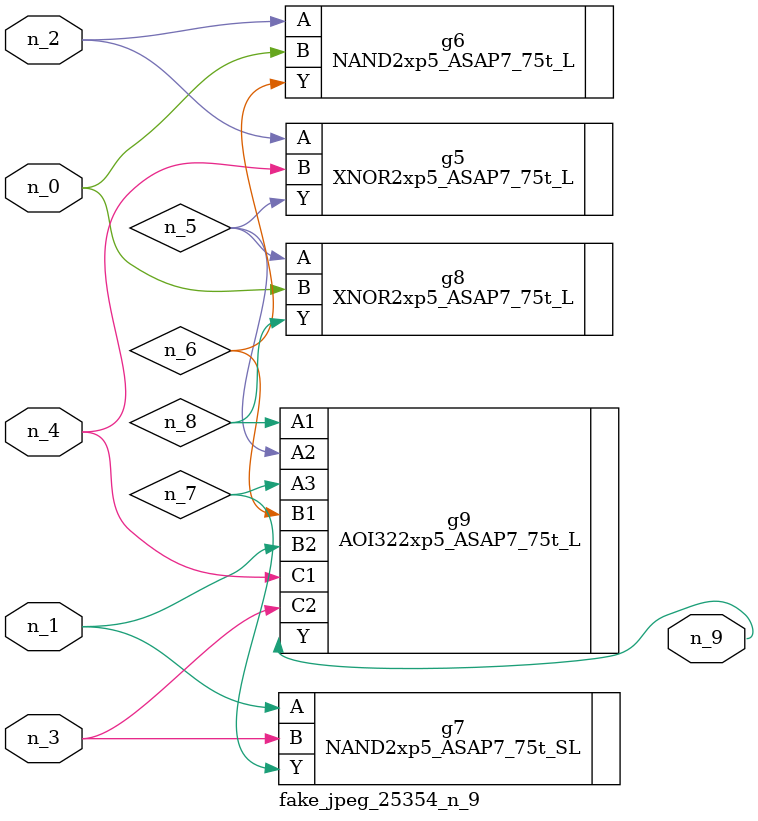
<source format=v>
module fake_jpeg_25354_n_9 (n_3, n_2, n_1, n_0, n_4, n_9);

input n_3;
input n_2;
input n_1;
input n_0;
input n_4;

output n_9;

wire n_8;
wire n_6;
wire n_5;
wire n_7;

XNOR2xp5_ASAP7_75t_L g5 ( 
.A(n_2),
.B(n_4),
.Y(n_5)
);

NAND2xp5_ASAP7_75t_L g6 ( 
.A(n_2),
.B(n_0),
.Y(n_6)
);

NAND2xp5_ASAP7_75t_SL g7 ( 
.A(n_1),
.B(n_3),
.Y(n_7)
);

XNOR2xp5_ASAP7_75t_L g8 ( 
.A(n_5),
.B(n_0),
.Y(n_8)
);

AOI322xp5_ASAP7_75t_L g9 ( 
.A1(n_8),
.A2(n_5),
.A3(n_7),
.B1(n_6),
.B2(n_1),
.C1(n_4),
.C2(n_3),
.Y(n_9)
);


endmodule
</source>
